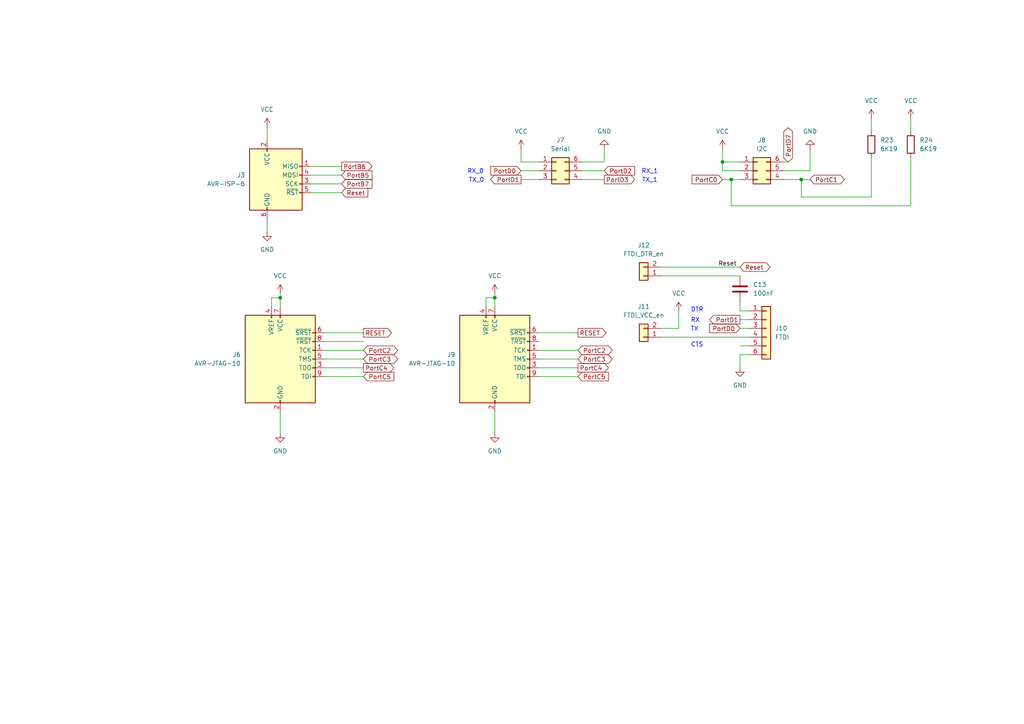
<source format=kicad_sch>
(kicad_sch (version 20231120) (generator "eeschema") (generator_version "8.0")
  (paper "A4")
  (lib_symbols
    (symbol "Connector:AVR-ISP-6" (pin_names (offset 1.016))
      (property "Reference" "J" (at -6.35 11.43 0))
      (property "Value" "AVR-ISP-6" (at 0 11.43 0))
      (symbol "AVR-ISP-6_0_1"
        (rectangle (start -2.667 -6.858) (end -2.413 -7.62))
        (rectangle (start -2.667 10.16) (end -2.413 9.398))
        (rectangle (start 7.62 -2.413) (end 6.858 -2.667))
        (rectangle (start 7.62 0.127) (end 6.858 -0.127))
        (rectangle (start 7.62 2.667) (end 6.858 2.413))
        (rectangle (start 7.62 5.207) (end 6.858 4.953))
        (rectangle (start 7.62 10.16) (end -7.62 -7.62) (stroke (width 0.254)) (fill (type background)))
      )
      (symbol "AVR-ISP-6_1_1"
        (pin passive line (at 10.16 5.08 180) (length 2.54) (name "MISO") (number "1"))
        (pin passive line (at -2.54 12.7 270) (length 2.54) (name "VCC") (number "2"))
        (pin passive line (at 10.16 0 180) (length 2.54) (name "SCK") (number "3"))
        (pin passive line (at 10.16 2.54 180) (length 2.54) (name "MOSI") (number "4"))
        (pin passive line (at 10.16 -2.54 180) (length 2.54) (name "~{RST}") (number "5"))
        (pin passive line (at -2.54 -10.16 90) (length 2.54) (name "GND") (number "6"))
      )
    )
    (symbol "Connector:AVR-JTAG-10" (pin_names (offset 1.016))
      (property "Reference" "J" (at -8.89 13.97 0))
      (property "Value" "AVR-JTAG-10" (at 1.27 13.97 0))
      (symbol "AVR-JTAG-10_0_1"
        (rectangle (start -2.667 12.7) (end -2.413 11.938))
        (rectangle (start -0.127 -11.938) (end 0.127 -12.7))
        (rectangle (start -0.127 12.7) (end 0.127 11.938))
        (rectangle (start 10.16 -4.953) (end 9.398 -5.207))
        (rectangle (start 10.16 -2.413) (end 9.398 -2.667))
        (rectangle (start 10.16 0.127) (end 9.398 -0.127))
        (rectangle (start 10.16 2.667) (end 9.398 2.413))
        (rectangle (start 10.16 5.207) (end 9.398 4.953))
        (rectangle (start 10.16 7.747) (end 9.398 7.493))
        (rectangle (start 10.16 12.7) (end -10.16 -12.7) (stroke (width 0.254)) (fill (type background)))
      )
      (symbol "AVR-JTAG-10_1_1"
        (pin passive line (at 12.7 2.54 180) (length 2.54) (name "TCK") (number "1"))
        (pin passive line (at 0 -15.24 90) (length 2.54) hide (name "GND") (number "10"))
        (pin passive line (at 0 -15.24 90) (length 2.54) (name "GND") (number "2"))
        (pin passive line (at 12.7 -2.54 180) (length 2.54) (name "TDO") (number "3"))
        (pin passive line (at -2.54 15.24 270) (length 2.54) (name "VREF") (number "4"))
        (pin passive line (at 12.7 0 180) (length 2.54) (name "TMS") (number "5"))
        (pin passive line (at 12.7 7.62 180) (length 2.54) (name "~{SRST}") (number "6"))
        (pin passive line (at 0 15.24 270) (length 2.54) (name "VCC") (number "7"))
        (pin passive line (at 12.7 5.08 180) (length 2.54) (name "~{TRST}") (number "8"))
        (pin passive line (at 12.7 -5.08 180) (length 2.54) (name "TDI") (number "9"))
      )
    )
    (symbol "Connector_Generic:Conn_01x02" (pin_names (offset 1.016) hide)
      (property "Reference" "J" (at 0 2.54 0))
      (property "Value" "Conn_01x02" (at 0 -5.08 0))
      (symbol "Conn_01x02_1_1"
        (rectangle (start -1.27 -2.413) (end 0 -2.667) (stroke (width 0.1524)))
        (rectangle (start -1.27 0.127) (end 0 -0.127) (stroke (width 0.1524)))
        (rectangle (start -1.27 1.27) (end 1.27 -3.81) (stroke (width 0.254)) (fill (type background)))
        (pin passive line (at -5.08 0 0) (length 3.81) (name "Pin_1") (number "1"))
        (pin passive line (at -5.08 -2.54 0) (length 3.81) (name "Pin_2") (number "2"))
      )
    )
    (symbol "Connector_Generic:Conn_01x06" (pin_names (offset 1.016) hide)
      (property "Reference" "J" (at 0 7.62 0))
      (property "Value" "Conn_01x06" (at 0 -10.16 0))
      (symbol "Conn_01x06_1_1"
        (rectangle (start -1.27 -7.493) (end 0 -7.747) (stroke (width 0.1524)))
        (rectangle (start -1.27 -4.953) (end 0 -5.207) (stroke (width 0.1524)))
        (rectangle (start -1.27 -2.413) (end 0 -2.667) (stroke (width 0.1524)))
        (rectangle (start -1.27 0.127) (end 0 -0.127) (stroke (width 0.1524)))
        (rectangle (start -1.27 2.667) (end 0 2.413) (stroke (width 0.1524)))
        (rectangle (start -1.27 5.207) (end 0 4.953) (stroke (width 0.1524)))
        (rectangle (start -1.27 6.35) (end 1.27 -8.89) (stroke (width 0.254)) (fill (type background)))
        (pin passive line (at -5.08 5.08 0) (length 3.81) (name "Pin_1") (number "1"))
        (pin passive line (at -5.08 2.54 0) (length 3.81) (name "Pin_2") (number "2"))
        (pin passive line (at -5.08 0 0) (length 3.81) (name "Pin_3") (number "3"))
        (pin passive line (at -5.08 -2.54 0) (length 3.81) (name "Pin_4") (number "4"))
        (pin passive line (at -5.08 -5.08 0) (length 3.81) (name "Pin_5") (number "5"))
        (pin passive line (at -5.08 -7.62 0) (length 3.81) (name "Pin_6") (number "6"))
      )
    )
    (symbol "Connector_Generic:Conn_02x03_Counter_Clockwise" (pin_names (offset 1.016) hide)
      (property "Reference" "J" (at 1.27 5.08 0))
      (property "Value" "Conn_02x03_Counter_Clockwise" (at 1.27 -5.08 0))
      (symbol "Conn_02x03_Counter_Clockwise_1_1"
        (rectangle (start -1.27 -2.413) (end 0 -2.667) (stroke (width 0.1524)))
        (rectangle (start -1.27 0.127) (end 0 -0.127) (stroke (width 0.1524)))
        (rectangle (start -1.27 2.667) (end 0 2.413) (stroke (width 0.1524)))
        (rectangle (start -1.27 3.81) (end 3.81 -3.81) (stroke (width 0.254)) (fill (type background)))
        (rectangle (start 3.81 -2.413) (end 2.54 -2.667) (stroke (width 0.1524)))
        (rectangle (start 3.81 0.127) (end 2.54 -0.127) (stroke (width 0.1524)))
        (rectangle (start 3.81 2.667) (end 2.54 2.413) (stroke (width 0.1524)))
        (pin passive line (at -5.08 2.54 0) (length 3.81) (name "Pin_1") (number "1"))
        (pin passive line (at -5.08 0 0) (length 3.81) (name "Pin_2") (number "2"))
        (pin passive line (at -5.08 -2.54 0) (length 3.81) (name "Pin_3") (number "3"))
        (pin passive line (at 7.62 -2.54 180) (length 3.81) (name "Pin_4") (number "4"))
        (pin passive line (at 7.62 0 180) (length 3.81) (name "Pin_5") (number "5"))
        (pin passive line (at 7.62 2.54 180) (length 3.81) (name "Pin_6") (number "6"))
      )
    )
    (symbol "Device:C" (pin_numbers hide) (pin_names (offset 0.254))
      (property "Reference" "C" (at 0.635 2.54 0))
      (property "Value" "C" (at 0.635 -2.54 0))
      (symbol "C_0_1"
        (polyline (pts (xy -2.032 -0.762) (xy 2.032 -0.762)) (stroke (width 0.508)))
        (polyline (pts (xy -2.032 0.762) (xy 2.032 0.762)) (stroke (width 0.508)))
      )
      (symbol "C_1_1"
        (pin passive line (at 0 3.81 270) (length 2.794) (name "~") (number "1"))
        (pin passive line (at 0 -3.81 90) (length 2.794) (name "~") (number "2"))
      )
    )
    (symbol "Device:R" (pin_numbers hide) (pin_names (offset 0))
      (property "Reference" "R" (at 2.032 0 90))
      (property "Value" "R" (at 0 0 90))
      (symbol "R_0_1"
        (rectangle (start -1.016 -2.54) (end 1.016 2.54) (stroke (width 0.254)))
      )
      (symbol "R_1_1"
        (pin passive line (at 0 3.81 270) (length 1.27) (name "~") (number "1"))
        (pin passive line (at 0 -3.81 90) (length 1.27) (name "~") (number "2"))
      )
    )
    (symbol "power:GND" (power) (pin_numbers hide) (pin_names (offset 0) hide)
      (property "Value" "GND" (at 0 -3.81 0))
      (symbol "GND_0_1"
        (polyline (pts (xy 0 0) (xy 0 -1.27) (xy 1.27 -1.27) (xy 0 -2.54) (xy -1.27 -1.27) (xy 0 -1.27)))
      )
      (symbol "GND_1_1"
        (pin power_in line (at 0 0 270) (length 0) (name "~") (number "1"))
      )
    )
    (symbol "power:VCC" (power) (pin_numbers hide) (pin_names (offset 0) hide)
      (property "Value" "VCC" (at 0 3.556 0))
      (symbol "VCC_0_1"
        (polyline (pts (xy -0.762 1.27) (xy 0 2.54)))
        (polyline (pts (xy 0 0) (xy 0 2.54)))
        (polyline (pts (xy 0 2.54) (xy 0.762 1.27)))
      )
      (symbol "VCC_1_1"
        (pin power_in line (at 0 0 90) (length 0) (name "~") (number "1"))
      )
    )
  )
  (junction (at 212.09 52.07))
  (junction (at 143.51 86.36))
  (junction (at 232.41 52.07))
  (junction (at 209.55 46.99))
  (junction (at 81.28 86.36))
  (wire (pts (xy 77.47 36.83) (xy 77.47 40.64)))
  (wire (pts (xy 78.74 86.36) (xy 81.28 86.36)))
  (wire (pts (xy 168.91 52.07) (xy 175.26 52.07)))
  (wire (pts (xy 151.13 46.99) (xy 156.21 46.99)))
  (wire (pts (xy 156.21 106.68) (xy 167.64 106.68)))
  (wire (pts (xy 191.77 77.47) (xy 214.63 77.47)))
  (wire (pts (xy 81.28 119.38) (xy 81.28 125.73)))
  (wire (pts (xy 191.77 95.25) (xy 196.85 95.25)))
  (wire (pts (xy 212.09 59.69) (xy 212.09 52.07)))
  (wire (pts (xy 209.55 46.99) (xy 209.55 43.18)))
  (wire (pts (xy 232.41 57.15) (xy 232.41 52.07)))
  (wire (pts (xy 234.95 43.18) (xy 234.95 49.53)))
  (wire (pts (xy 93.98 101.6) (xy 105.41 101.6)))
  (wire (pts (xy 214.63 102.87) (xy 214.63 106.68)))
  (wire (pts (xy 209.55 46.99) (xy 209.55 49.53)))
  (wire (pts (xy 81.28 86.36) (xy 81.28 88.9)))
  (wire (pts (xy 209.55 49.53) (xy 214.63 49.53)))
  (wire (pts (xy 191.77 80.01) (xy 214.63 80.01)))
  (wire (pts (xy 156.21 104.14) (xy 167.64 104.14)))
  (wire (pts (xy 196.85 90.17) (xy 196.85 95.25)))
  (wire (pts (xy 232.41 52.07) (xy 234.95 52.07)))
  (wire (pts (xy 264.16 45.72) (xy 264.16 59.69)))
  (wire (pts (xy 90.17 53.34) (xy 99.06 53.34)))
  (wire (pts (xy 227.33 46.99) (xy 228.6 46.99)))
  (wire (pts (xy 90.17 55.88) (xy 99.06 55.88)))
  (wire (pts (xy 214.63 95.25) (xy 217.17 95.25)))
  (wire (pts (xy 90.17 50.8) (xy 99.06 50.8)))
  (wire (pts (xy 175.26 43.18) (xy 175.26 46.99)))
  (wire (pts (xy 212.09 52.07) (xy 214.63 52.07)))
  (wire (pts (xy 214.63 46.99) (xy 209.55 46.99)))
  (wire (pts (xy 93.98 99.06) (xy 105.41 99.06)))
  (wire (pts (xy 93.98 109.22) (xy 105.41 109.22)))
  (wire (pts (xy 214.63 100.33) (xy 217.17 100.33)))
  (wire (pts (xy 214.63 90.17) (xy 217.17 90.17)))
  (wire (pts (xy 93.98 96.52) (xy 105.41 96.52)))
  (wire (pts (xy 93.98 106.68) (xy 105.41 106.68)))
  (wire (pts (xy 151.13 49.53) (xy 156.21 49.53)))
  (wire (pts (xy 252.73 45.72) (xy 252.73 57.15)))
  (wire (pts (xy 90.17 48.26) (xy 99.06 48.26)))
  (wire (pts (xy 227.33 52.07) (xy 232.41 52.07)))
  (wire (pts (xy 156.21 96.52) (xy 167.64 96.52)))
  (wire (pts (xy 214.63 102.87) (xy 217.17 102.87)))
  (wire (pts (xy 143.51 85.09) (xy 143.51 86.36)))
  (wire (pts (xy 156.21 101.6) (xy 167.64 101.6)))
  (wire (pts (xy 264.16 34.29) (xy 264.16 38.1)))
  (wire (pts (xy 168.91 46.99) (xy 175.26 46.99)))
  (wire (pts (xy 209.55 52.07) (xy 212.09 52.07)))
  (wire (pts (xy 151.13 52.07) (xy 156.21 52.07)))
  (wire (pts (xy 156.21 109.22) (xy 167.64 109.22)))
  (wire (pts (xy 140.97 86.36) (xy 143.51 86.36)))
  (wire (pts (xy 93.98 104.14) (xy 105.41 104.14)))
  (wire (pts (xy 143.51 86.36) (xy 143.51 88.9)))
  (wire (pts (xy 168.91 49.53) (xy 175.26 49.53)))
  (wire (pts (xy 252.73 34.29) (xy 252.73 38.1)))
  (wire (pts (xy 77.47 63.5) (xy 77.47 67.31)))
  (wire (pts (xy 151.13 43.18) (xy 151.13 46.99)))
  (wire (pts (xy 212.09 59.69) (xy 264.16 59.69)))
  (wire (pts (xy 191.77 97.79) (xy 217.17 97.79)))
  (wire (pts (xy 227.33 49.53) (xy 234.95 49.53)))
  (wire (pts (xy 140.97 88.9) (xy 140.97 86.36)))
  (wire (pts (xy 214.63 92.71) (xy 217.17 92.71)))
  (wire (pts (xy 214.63 87.63) (xy 214.63 90.17)))
  (wire (pts (xy 78.74 88.9) (xy 78.74 86.36)))
  (wire (pts (xy 143.51 119.38) (xy 143.51 125.73)))
  (wire (pts (xy 81.28 85.09) (xy 81.28 86.36)))
  (wire (pts (xy 232.41 57.15) (xy 252.73 57.15)))
  (text "TX_0\n" (at 138.176 52.324 0) (effects (font (size 1.27 1.27))))
  (text "TX_1" (at 188.468 52.324 0) (effects (font (size 1.27 1.27))))
  (text "CTS" (at 202.184 100.076 0) (effects (font (size 1.27 1.27))))
  (text "RX_0\n" (at 137.922 49.784 0) (effects (font (size 1.27 1.27))))
  (text "TX" (at 201.422 95.504 0) (effects (font (size 1.27 1.27))))
  (text "RX" (at 201.676 92.964 0) (effects (font (size 1.27 1.27))))
  (text "DTR" (at 202.184 89.916 0) (effects (font (size 1.27 1.27))))
  (text "RX_1" (at 188.468 49.784 0) (effects (font (size 1.27 1.27))))
  (label "Reset" (at 208.28 77.47 0))
  (global_label "PortD3" (shape output) (at 175.26 52.07 0) (property "Intersheetrefs" "${INTERSHEET_REFS}" (effects (hide yes))))
  (global_label "PortB5" (shape input) (at 99.06 50.8 0) (property "Intersheetrefs" "${INTERSHEET_REFS}" (effects (hide yes))))
  (global_label "PortC1" (shape bidirectional) (at 234.95 52.07 0) (property "Intersheetrefs" "${INTERSHEET_REFS}" (effects (hide yes))))
  (global_label "PortD1" (shape output) (at 151.13 52.07 180) (property "Intersheetrefs" "${INTERSHEET_REFS}" (effects (hide yes))))
  (global_label "PortD0" (shape input) (at 214.63 95.25 180) (property "Intersheetrefs" "${INTERSHEET_REFS}" (effects (hide yes))))
  (global_label "PortC5" (shape input) (at 105.41 109.22 0) (property "Intersheetrefs" "${INTERSHEET_REFS}" (effects (hide yes))))
  (global_label "PortC4" (shape output) (at 167.64 106.68 0) (property "Intersheetrefs" "${INTERSHEET_REFS}" (effects (hide yes))))
  (global_label "Reset" (shape input) (at 99.06 55.88 0) (property "Intersheetrefs" "${INTERSHEET_REFS}" (effects (hide yes))))
  (global_label "PortD7" (shape bidirectional) (at 228.6 46.99 90) (property "Intersheetrefs" "${INTERSHEET_REFS}" (effects (hide yes))))
  (global_label "PortD2" (shape input) (at 175.26 49.53 0) (property "Intersheetrefs" "${INTERSHEET_REFS}" (effects (hide yes))))
  (global_label "PortC0" (shape input) (at 209.55 52.07 180) (property "Intersheetrefs" "${INTERSHEET_REFS}" (effects (hide yes))))
  (global_label "PortC3" (shape bidirectional) (at 167.64 104.14 0) (property "Intersheetrefs" "${INTERSHEET_REFS}" (effects (hide yes))))
  (global_label "PortD1" (shape output) (at 214.63 92.71 180) (property "Intersheetrefs" "${INTERSHEET_REFS}" (effects (hide yes))))
  (global_label "PortB6" (shape output) (at 99.06 48.26 0) (property "Intersheetrefs" "${INTERSHEET_REFS}" (effects (hide yes))))
  (global_label "PortC5" (shape input) (at 167.64 109.22 0) (property "Intersheetrefs" "${INTERSHEET_REFS}" (effects (hide yes))))
  (global_label "PortC3" (shape bidirectional) (at 105.41 104.14 0) (property "Intersheetrefs" "${INTERSHEET_REFS}" (effects (hide yes))))
  (global_label "PortC2" (shape bidirectional) (at 167.64 101.6 0) (property "Intersheetrefs" "${INTERSHEET_REFS}" (effects (hide yes))))
  (global_label "PortC4" (shape output) (at 105.41 106.68 0) (property "Intersheetrefs" "${INTERSHEET_REFS}" (effects (hide yes))))
  (global_label "RESET" (shape output) (at 105.41 96.52 0) (property "Intersheetrefs" "${INTERSHEET_REFS}" (effects (hide yes))))
  (global_label "PortD0" (shape input) (at 151.13 49.53 180) (property "Intersheetrefs" "${INTERSHEET_REFS}" (effects (hide yes))))
  (global_label "Reset" (shape bidirectional) (at 214.63 77.47 0) (property "Intersheetrefs" "${INTERSHEET_REFS}" (effects (hide yes))))
  (global_label "PortC2" (shape bidirectional) (at 105.41 101.6 0) (property "Intersheetrefs" "${INTERSHEET_REFS}" (effects (hide yes))))
  (global_label "PortB7" (shape input) (at 99.06 53.34 0) (property "Intersheetrefs" "${INTERSHEET_REFS}" (effects (hide yes))))
  (global_label "RESET" (shape output) (at 167.64 96.52 0) (property "Intersheetrefs" "${INTERSHEET_REFS}" (effects (hide yes))))
  (symbol (lib_id "Connector_Generic:Conn_02x03_Counter_Clockwise") (at 161.29 49.53 0) (unit 1)
    (property "Reference" "J7" (at 162.56 40.64 0))
    (property "Value" "Serial" (at 162.56 43.18 0))
    (property "Footprint" "Connector_IDC:IDC-Header_2x03_P2.54mm_Vertical" (effects (hide yes)))
    (property "Description" "Generic connector, double row, 02x03, counter clockwise pin numbering scheme (similar to DIP package numbering), script generated (kicad-library-utils/schlib/autogen/connector/)" (effects (hide yes)))
  )
  (symbol (lib_id "Connector_Generic:Conn_01x02") (at 186.69 80.01 180) (unit 1)
    (property "Reference" "J12" (at 186.69 71.12 0))
    (property "Value" "FTDI_DTR_en" (at 186.69 73.66 0))
    (property "Footprint" "Connector_PinHeader_2.54mm:PinHeader_1x02_P2.54mm_Vertical" (effects (hide yes)))
    (property "Description" "Generic connector, single row, 01x02, script generated (kicad-library-utils/schlib/autogen/connector/)" (effects (hide yes)))
  )
  (symbol (lib_id "Connector_Generic:Conn_01x06") (at 222.25 95.25 0) (unit 1)
    (property "Reference" "J10" (at 224.79 95.2499 0) (effects (justify left)))
    (property "Value" "FTDI" (at 224.79 97.7899 0) (effects (justify left)))
    (property "Footprint" "Connector_PinHeader_2.54mm:PinHeader_1x06_P2.54mm_Vertical" (effects (hide yes)))
    (property "Description" "Generic connector, single row, 01x06, script generated (kicad-library-utils/schlib/autogen/connector/)" (effects (hide yes)))
  )
  (symbol (lib_id "power:VCC") (at 196.85 90.17 0) (unit 1)
    (property "Reference" "#PWR059" (effects (hide yes)))
    (property "Value" "VCC" (at 196.85 85.09 0))
    (property "Description" "Power symbol creates a global label with name \"VCC\"" (effects (hide yes)))
  )
  (symbol (lib_id "Connector:AVR-JTAG-10") (at 81.28 104.14 0) (unit 1)
    (property "Reference" "J6" (at 69.85 102.8699 0) (effects (justify right)))
    (property "Value" "AVR-JTAG-10" (at 69.85 105.4099 0) (effects (justify right)))
    (property "Footprint" "Connector_PinHeader_2.54mm:PinHeader_2x05_P2.54mm_Vertical" (effects (hide yes)))
    (property "Description" "Atmel 10-pin JTAG connector" (effects (hide yes)))
  )
  (symbol (lib_id "power:VCC") (at 77.47 36.83 0) (unit 1)
    (property "Reference" "#PWR042" (effects (hide yes)))
    (property "Value" "VCC" (at 77.47 31.75 0))
    (property "Description" "Power symbol creates a global label with name \"VCC\"" (effects (hide yes)))
  )
  (symbol (lib_id "Device:R") (at 264.16 41.91 0) (unit 1)
    (property "Reference" "R24" (at 266.7 40.6399 0) (effects (justify left)))
    (property "Value" "6K19" (at 266.7 43.1799 0) (effects (justify left)))
    (property "Footprint" "Inductor_SMD:L_1206_3216Metric_Pad1.42x1.75mm_HandSolder" (effects (hide yes)))
    (property "Description" "Resistor" (effects (hide yes)))
  )
  (symbol (lib_id "power:VCC") (at 264.16 34.29 0) (unit 1)
    (property "Reference" "#PWR050" (effects (hide yes)))
    (property "Value" "VCC" (at 264.16 29.21 0))
    (property "Description" "Power symbol creates a global label with name \"VCC\"" (effects (hide yes)))
  )
  (symbol (lib_id "power:VCC") (at 143.51 85.09 0) (unit 1)
    (property "Reference" "#PWR021" (effects (hide yes)))
    (property "Value" "VCC" (at 143.51 80.01 0))
    (property "Description" "Power symbol creates a global label with name \"VCC\"" (effects (hide yes)))
  )
  (symbol (lib_id "Connector_Generic:Conn_01x02") (at 186.69 97.79 180) (unit 1)
    (property "Reference" "J11" (at 186.69 88.9 0))
    (property "Value" "FTDI_VCC_en" (at 186.69 91.44 0))
    (property "Footprint" "Connector_PinHeader_2.54mm:PinHeader_1x02_P2.54mm_Vertical" (effects (hide yes)))
    (property "Description" "Generic connector, single row, 01x02, script generated (kicad-library-utils/schlib/autogen/connector/)" (effects (hide yes)))
  )
  (symbol (lib_id "power:GND") (at 81.28 125.73 0) (unit 1)
    (property "Reference" "#PWR043" (effects (hide yes)))
    (property "Value" "GND" (at 81.28 130.81 0))
    (property "Description" "Power symbol creates a global label with name \"GND\" , ground" (effects (hide yes)))
  )
  (symbol (lib_id "Connector_Generic:Conn_02x03_Counter_Clockwise") (at 219.71 49.53 0) (unit 1)
    (property "Reference" "J8" (at 220.98 40.64 0))
    (property "Value" "I2C" (at 220.98 43.18 0))
    (property "Footprint" "Connector_IDC:IDC-Header_2x03_P2.54mm_Vertical" (effects (hide yes)))
    (property "Description" "Generic connector, double row, 02x03, counter clockwise pin numbering scheme (similar to DIP package numbering), script generated (kicad-library-utils/schlib/autogen/connector/)" (effects (hide yes)))
  )
  (symbol (lib_id "power:VCC") (at 151.13 43.18 0) (unit 1)
    (property "Reference" "#PWR045" (effects (hide yes)))
    (property "Value" "VCC" (at 151.13 38.1 0))
    (property "Description" "Power symbol creates a global label with name \"VCC\"" (effects (hide yes)))
  )
  (symbol (lib_id "Device:R") (at 252.73 41.91 0) (unit 1)
    (property "Reference" "R23" (at 255.27 40.6399 0) (effects (justify left)))
    (property "Value" "6K19" (at 255.27 43.1799 0) (effects (justify left)))
    (property "Footprint" "Inductor_SMD:L_1206_3216Metric_Pad1.42x1.75mm_HandSolder" (effects (hide yes)))
    (property "Description" "Resistor" (effects (hide yes)))
  )
  (symbol (lib_id "Connector:AVR-JTAG-10") (at 143.51 104.14 0) (unit 1)
    (property "Reference" "J9" (at 132.08 102.8699 0) (effects (justify right)))
    (property "Value" "AVR-JTAG-10" (at 132.08 105.4099 0) (effects (justify right)))
    (property "Footprint" "Connector_PinHeader_1.27mm:PinHeader_2x05_P1.27mm_Vertical_SMD" (effects (hide yes)))
    (property "Description" "Atmel 10-pin JTAG connector" (effects (hide yes)))
  )
  (symbol (lib_id "power:GND") (at 143.51 125.73 0) (unit 1)
    (property "Reference" "#PWR057" (effects (hide yes)))
    (property "Value" "GND" (at 143.51 130.81 0))
    (property "Description" "Power symbol creates a global label with name \"GND\" , ground" (effects (hide yes)))
  )
  (symbol (lib_id "power:VCC") (at 252.73 34.29 0) (unit 1)
    (property "Reference" "#PWR049" (effects (hide yes)))
    (property "Value" "VCC" (at 252.73 29.21 0))
    (property "Description" "Power symbol creates a global label with name \"VCC\"" (effects (hide yes)))
  )
  (symbol (lib_id "power:VCC") (at 81.28 85.09 0) (unit 1)
    (property "Reference" "#PWR044" (effects (hide yes)))
    (property "Value" "VCC" (at 81.28 80.01 0))
    (property "Description" "Power symbol creates a global label with name \"VCC\"" (effects (hide yes)))
  )
  (symbol (lib_id "Connector:AVR-ISP-6") (at 80.01 53.34 0) (unit 1)
    (property "Reference" "J3" (at 71.12 50.7999 0) (effects (justify right)))
    (property "Value" "AVR-ISP-6" (at 71.12 53.3399 0) (effects (justify right)))
    (property "Footprint" "Connector_IDC:IDC-Header_2x03_P2.54mm_Vertical" (effects (hide yes)))
    (property "Description" "Atmel 6-pin ISP connector" (effects (hide yes)))
  )
  (symbol (lib_id "power:VCC") (at 209.55 43.18 0) (unit 1)
    (property "Reference" "#PWR047" (effects (hide yes)))
    (property "Value" "VCC" (at 209.55 38.1 0))
    (property "Description" "Power symbol creates a global label with name \"VCC\"" (effects (hide yes)))
  )
  (symbol (lib_id "power:GND") (at 234.95 43.18 180) (unit 1)
    (property "Reference" "#PWR048" (effects (hide yes)))
    (property "Value" "GND" (at 234.95 38.1 0))
    (property "Description" "Power symbol creates a global label with name \"GND\" , ground" (effects (hide yes)))
  )
  (symbol (lib_id "Device:C") (at 214.63 83.82 0) (unit 1)
    (property "Reference" "C13" (at 218.44 82.5499 0) (effects (justify left)))
    (property "Value" "100nF" (at 218.44 85.0899 0) (effects (justify left)))
    (property "Footprint" "LED_SMD:LED_0805_2012Metric_Pad1.15x1.40mm_HandSolder" (effects (hide yes)))
    (property "Description" "Unpolarized capacitor" (effects (hide yes)))
  )
  (symbol (lib_id "power:GND") (at 175.26 43.18 180) (unit 1)
    (property "Reference" "#PWR046" (effects (hide yes)))
    (property "Value" "GND" (at 175.26 38.1 0))
    (property "Description" "Power symbol creates a global label with name \"GND\" , ground" (effects (hide yes)))
  )
  (symbol (lib_id "power:GND") (at 77.47 67.31 0) (unit 1)
    (property "Reference" "#PWR041" (effects (hide yes)))
    (property "Value" "GND" (at 77.47 72.39 0))
    (property "Description" "Power symbol creates a global label with name \"GND\" , ground" (effects (hide yes)))
  )
  (symbol (lib_id "power:GND") (at 214.63 106.68 0) (unit 1)
    (property "Reference" "#PWR058" (effects (hide yes)))
    (property "Value" "GND" (at 214.63 111.76 0))
    (property "Description" "Power symbol creates a global label with name \"GND\" , ground" (effects (hide yes)))
  )
)
</source>
